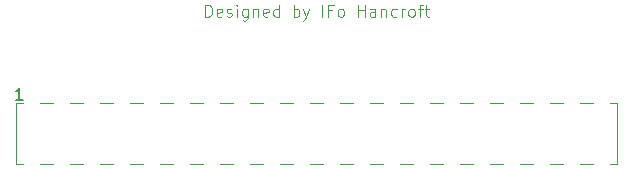
<source format=gbr>
%TF.GenerationSoftware,KiCad,Pcbnew,5.1.9*%
%TF.CreationDate,2021-02-16T04:37:06+02:00*%
%TF.ProjectId,PiCase40,50694361-7365-4343-902e-6b696361645f,rev?*%
%TF.SameCoordinates,Original*%
%TF.FileFunction,Legend,Top*%
%TF.FilePolarity,Positive*%
%FSLAX46Y46*%
G04 Gerber Fmt 4.6, Leading zero omitted, Abs format (unit mm)*
G04 Created by KiCad (PCBNEW 5.1.9) date 2021-02-16 04:37:06*
%MOMM*%
%LPD*%
G01*
G04 APERTURE LIST*
%ADD10C,0.125000*%
%ADD11C,0.120000*%
%ADD12C,0.150000*%
G04 APERTURE END LIST*
D10*
X139618038Y-99167709D02*
X139618038Y-98167709D01*
X139856133Y-98167709D01*
X139998990Y-98215329D01*
X140094228Y-98310567D01*
X140141847Y-98405805D01*
X140189466Y-98596281D01*
X140189466Y-98739138D01*
X140141847Y-98929614D01*
X140094228Y-99024852D01*
X139998990Y-99120090D01*
X139856133Y-99167709D01*
X139618038Y-99167709D01*
X140998990Y-99120090D02*
X140903752Y-99167709D01*
X140713276Y-99167709D01*
X140618038Y-99120090D01*
X140570419Y-99024852D01*
X140570419Y-98643900D01*
X140618038Y-98548662D01*
X140713276Y-98501043D01*
X140903752Y-98501043D01*
X140998990Y-98548662D01*
X141046609Y-98643900D01*
X141046609Y-98739138D01*
X140570419Y-98834376D01*
X141427561Y-99120090D02*
X141522800Y-99167709D01*
X141713276Y-99167709D01*
X141808514Y-99120090D01*
X141856133Y-99024852D01*
X141856133Y-98977233D01*
X141808514Y-98881995D01*
X141713276Y-98834376D01*
X141570419Y-98834376D01*
X141475180Y-98786757D01*
X141427561Y-98691519D01*
X141427561Y-98643900D01*
X141475180Y-98548662D01*
X141570419Y-98501043D01*
X141713276Y-98501043D01*
X141808514Y-98548662D01*
X142284704Y-99167709D02*
X142284704Y-98501043D01*
X142284704Y-98167709D02*
X142237085Y-98215329D01*
X142284704Y-98262948D01*
X142332323Y-98215329D01*
X142284704Y-98167709D01*
X142284704Y-98262948D01*
X143189466Y-98501043D02*
X143189466Y-99310567D01*
X143141847Y-99405805D01*
X143094228Y-99453424D01*
X142998990Y-99501043D01*
X142856133Y-99501043D01*
X142760895Y-99453424D01*
X143189466Y-99120090D02*
X143094228Y-99167709D01*
X142903752Y-99167709D01*
X142808514Y-99120090D01*
X142760895Y-99072471D01*
X142713276Y-98977233D01*
X142713276Y-98691519D01*
X142760895Y-98596281D01*
X142808514Y-98548662D01*
X142903752Y-98501043D01*
X143094228Y-98501043D01*
X143189466Y-98548662D01*
X143665657Y-98501043D02*
X143665657Y-99167709D01*
X143665657Y-98596281D02*
X143713276Y-98548662D01*
X143808514Y-98501043D01*
X143951371Y-98501043D01*
X144046609Y-98548662D01*
X144094228Y-98643900D01*
X144094228Y-99167709D01*
X144951371Y-99120090D02*
X144856133Y-99167709D01*
X144665657Y-99167709D01*
X144570419Y-99120090D01*
X144522800Y-99024852D01*
X144522800Y-98643900D01*
X144570419Y-98548662D01*
X144665657Y-98501043D01*
X144856133Y-98501043D01*
X144951371Y-98548662D01*
X144998990Y-98643900D01*
X144998990Y-98739138D01*
X144522800Y-98834376D01*
X145856133Y-99167709D02*
X145856133Y-98167709D01*
X145856133Y-99120090D02*
X145760895Y-99167709D01*
X145570419Y-99167709D01*
X145475180Y-99120090D01*
X145427561Y-99072471D01*
X145379942Y-98977233D01*
X145379942Y-98691519D01*
X145427561Y-98596281D01*
X145475180Y-98548662D01*
X145570419Y-98501043D01*
X145760895Y-98501043D01*
X145856133Y-98548662D01*
X147094228Y-99167709D02*
X147094228Y-98167709D01*
X147094228Y-98548662D02*
X147189466Y-98501043D01*
X147379942Y-98501043D01*
X147475180Y-98548662D01*
X147522800Y-98596281D01*
X147570419Y-98691519D01*
X147570419Y-98977233D01*
X147522800Y-99072471D01*
X147475180Y-99120090D01*
X147379942Y-99167709D01*
X147189466Y-99167709D01*
X147094228Y-99120090D01*
X147903752Y-98501043D02*
X148141847Y-99167709D01*
X148379942Y-98501043D02*
X148141847Y-99167709D01*
X148046609Y-99405805D01*
X147998990Y-99453424D01*
X147903752Y-99501043D01*
X149522800Y-99167709D02*
X149522800Y-98167709D01*
X150332323Y-98643900D02*
X149998990Y-98643900D01*
X149998990Y-99167709D02*
X149998990Y-98167709D01*
X150475180Y-98167709D01*
X150998990Y-99167709D02*
X150903752Y-99120090D01*
X150856133Y-99072471D01*
X150808514Y-98977233D01*
X150808514Y-98691519D01*
X150856133Y-98596281D01*
X150903752Y-98548662D01*
X150998990Y-98501043D01*
X151141847Y-98501043D01*
X151237085Y-98548662D01*
X151284704Y-98596281D01*
X151332323Y-98691519D01*
X151332323Y-98977233D01*
X151284704Y-99072471D01*
X151237085Y-99120090D01*
X151141847Y-99167709D01*
X150998990Y-99167709D01*
X152522800Y-99167709D02*
X152522800Y-98167709D01*
X152522800Y-98643900D02*
X153094228Y-98643900D01*
X153094228Y-99167709D02*
X153094228Y-98167709D01*
X153998990Y-99167709D02*
X153998990Y-98643900D01*
X153951371Y-98548662D01*
X153856133Y-98501043D01*
X153665657Y-98501043D01*
X153570419Y-98548662D01*
X153998990Y-99120090D02*
X153903752Y-99167709D01*
X153665657Y-99167709D01*
X153570419Y-99120090D01*
X153522800Y-99024852D01*
X153522800Y-98929614D01*
X153570419Y-98834376D01*
X153665657Y-98786757D01*
X153903752Y-98786757D01*
X153998990Y-98739138D01*
X154475180Y-98501043D02*
X154475180Y-99167709D01*
X154475180Y-98596281D02*
X154522800Y-98548662D01*
X154618038Y-98501043D01*
X154760895Y-98501043D01*
X154856133Y-98548662D01*
X154903752Y-98643900D01*
X154903752Y-99167709D01*
X155808514Y-99120090D02*
X155713276Y-99167709D01*
X155522800Y-99167709D01*
X155427561Y-99120090D01*
X155379942Y-99072471D01*
X155332323Y-98977233D01*
X155332323Y-98691519D01*
X155379942Y-98596281D01*
X155427561Y-98548662D01*
X155522800Y-98501043D01*
X155713276Y-98501043D01*
X155808514Y-98548662D01*
X156237085Y-99167709D02*
X156237085Y-98501043D01*
X156237085Y-98691519D02*
X156284704Y-98596281D01*
X156332323Y-98548662D01*
X156427561Y-98501043D01*
X156522800Y-98501043D01*
X156998990Y-99167709D02*
X156903752Y-99120090D01*
X156856133Y-99072471D01*
X156808514Y-98977233D01*
X156808514Y-98691519D01*
X156856133Y-98596281D01*
X156903752Y-98548662D01*
X156998990Y-98501043D01*
X157141847Y-98501043D01*
X157237085Y-98548662D01*
X157284704Y-98596281D01*
X157332323Y-98691519D01*
X157332323Y-98977233D01*
X157284704Y-99072471D01*
X157237085Y-99120090D01*
X157141847Y-99167709D01*
X156998990Y-99167709D01*
X157618038Y-98501043D02*
X157998990Y-98501043D01*
X157760895Y-99167709D02*
X157760895Y-98310567D01*
X157808514Y-98215329D01*
X157903752Y-98167709D01*
X157998990Y-98167709D01*
X158189466Y-98501043D02*
X158570419Y-98501043D01*
X158332323Y-98167709D02*
X158332323Y-99024852D01*
X158379942Y-99120090D01*
X158475180Y-99167709D01*
X158570419Y-99167709D01*
D11*
%TO.C,J2*%
X173912800Y-111665329D02*
X174482800Y-111665329D01*
X171372800Y-111665329D02*
X172392800Y-111665329D01*
X168832800Y-111665329D02*
X169852800Y-111665329D01*
X166292800Y-111665329D02*
X167312800Y-111665329D01*
X163752800Y-111665329D02*
X164772800Y-111665329D01*
X161212800Y-111665329D02*
X162232800Y-111665329D01*
X158672800Y-111665329D02*
X159692800Y-111665329D01*
X156132800Y-111665329D02*
X157152800Y-111665329D01*
X153592800Y-111665329D02*
X154612800Y-111665329D01*
X151052800Y-111665329D02*
X152072800Y-111665329D01*
X148512800Y-111665329D02*
X149532800Y-111665329D01*
X145972800Y-111665329D02*
X146992800Y-111665329D01*
X143432800Y-111665329D02*
X144452800Y-111665329D01*
X140892800Y-111665329D02*
X141912800Y-111665329D01*
X138352800Y-111665329D02*
X139372800Y-111665329D01*
X135812800Y-111665329D02*
X136832800Y-111665329D01*
X133272800Y-111665329D02*
X134292800Y-111665329D01*
X130732800Y-111665329D02*
X131752800Y-111665329D01*
X128192800Y-111665329D02*
X129212800Y-111665329D01*
X125652800Y-111665329D02*
X126672800Y-111665329D01*
X123562800Y-111665329D02*
X124132800Y-111665329D01*
X174482800Y-111665329D02*
X174482800Y-106465329D01*
X173912800Y-106465329D02*
X174482800Y-106465329D01*
X171372800Y-106465329D02*
X172392800Y-106465329D01*
X168832800Y-106465329D02*
X169852800Y-106465329D01*
X166292800Y-106465329D02*
X167312800Y-106465329D01*
X163752800Y-106465329D02*
X164772800Y-106465329D01*
X161212800Y-106465329D02*
X162232800Y-106465329D01*
X158672800Y-106465329D02*
X159692800Y-106465329D01*
X156132800Y-106465329D02*
X157152800Y-106465329D01*
X153592800Y-106465329D02*
X154612800Y-106465329D01*
X151052800Y-106465329D02*
X152072800Y-106465329D01*
X148512800Y-106465329D02*
X149532800Y-106465329D01*
X145972800Y-106465329D02*
X146992800Y-106465329D01*
X143432800Y-106465329D02*
X144452800Y-106465329D01*
X140892800Y-106465329D02*
X141912800Y-106465329D01*
X138352800Y-106465329D02*
X139372800Y-106465329D01*
X135812800Y-106465329D02*
X136832800Y-106465329D01*
X133272800Y-106465329D02*
X134292800Y-106465329D01*
X130732800Y-106465329D02*
X131752800Y-106465329D01*
X128192800Y-106465329D02*
X129212800Y-106465329D01*
X125652800Y-106465329D02*
X126672800Y-106465329D01*
X123562800Y-106465329D02*
X124132800Y-106465329D01*
X123562800Y-111665329D02*
X123562800Y-106465329D01*
D12*
X124162514Y-106215709D02*
X123591085Y-106215709D01*
X123876800Y-106215709D02*
X123876800Y-105215709D01*
X123781561Y-105358567D01*
X123686323Y-105453805D01*
X123591085Y-105501424D01*
%TD*%
M02*

</source>
